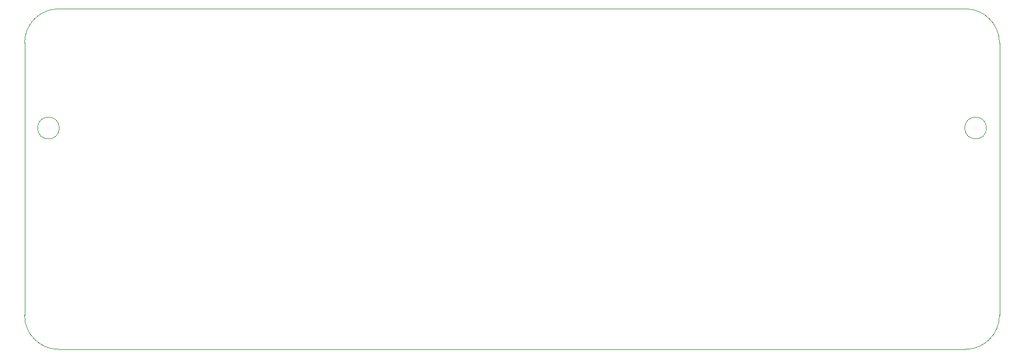
<source format=gbr>
G04 #@! TF.GenerationSoftware,KiCad,Pcbnew,(5.1.5)-3*
G04 #@! TF.CreationDate,2020-09-17T21:05:18+09:00*
G04 #@! TF.ProjectId,acrylic_nixie_clock,61637279-6c69-4635-9f6e-697869655f63,rev?*
G04 #@! TF.SameCoordinates,Original*
G04 #@! TF.FileFunction,Profile,NP*
%FSLAX46Y46*%
G04 Gerber Fmt 4.6, Leading zero omitted, Abs format (unit mm)*
G04 Created by KiCad (PCBNEW (5.1.5)-3) date 2020-09-17 21:05:18*
%MOMM*%
%LPD*%
G04 APERTURE LIST*
%ADD10C,0.050000*%
G04 APERTURE END LIST*
D10*
X193000000Y-95000000D02*
G75*
G02X188000000Y-100000000I-5000000J0D01*
G01*
X188000000Y-50000000D02*
G75*
G02X193000000Y-55000000I0J-5000000D01*
G01*
X191100000Y-67500000D02*
G75*
G03X191100000Y-67500000I-1600000J0D01*
G01*
X55100000Y-67500000D02*
G75*
G03X55100000Y-67500000I-1600000J0D01*
G01*
X55000000Y-100000000D02*
G75*
G02X50000000Y-95000000I0J5000000D01*
G01*
X50000000Y-55000000D02*
G75*
G02X55000000Y-50000000I5000000J0D01*
G01*
X50000000Y-95000000D02*
X50000000Y-55000000D01*
X188000000Y-100000000D02*
X55000000Y-100000000D01*
X193000000Y-55000000D02*
X193000000Y-95000000D01*
X55000000Y-50000000D02*
X188000000Y-50000000D01*
M02*

</source>
